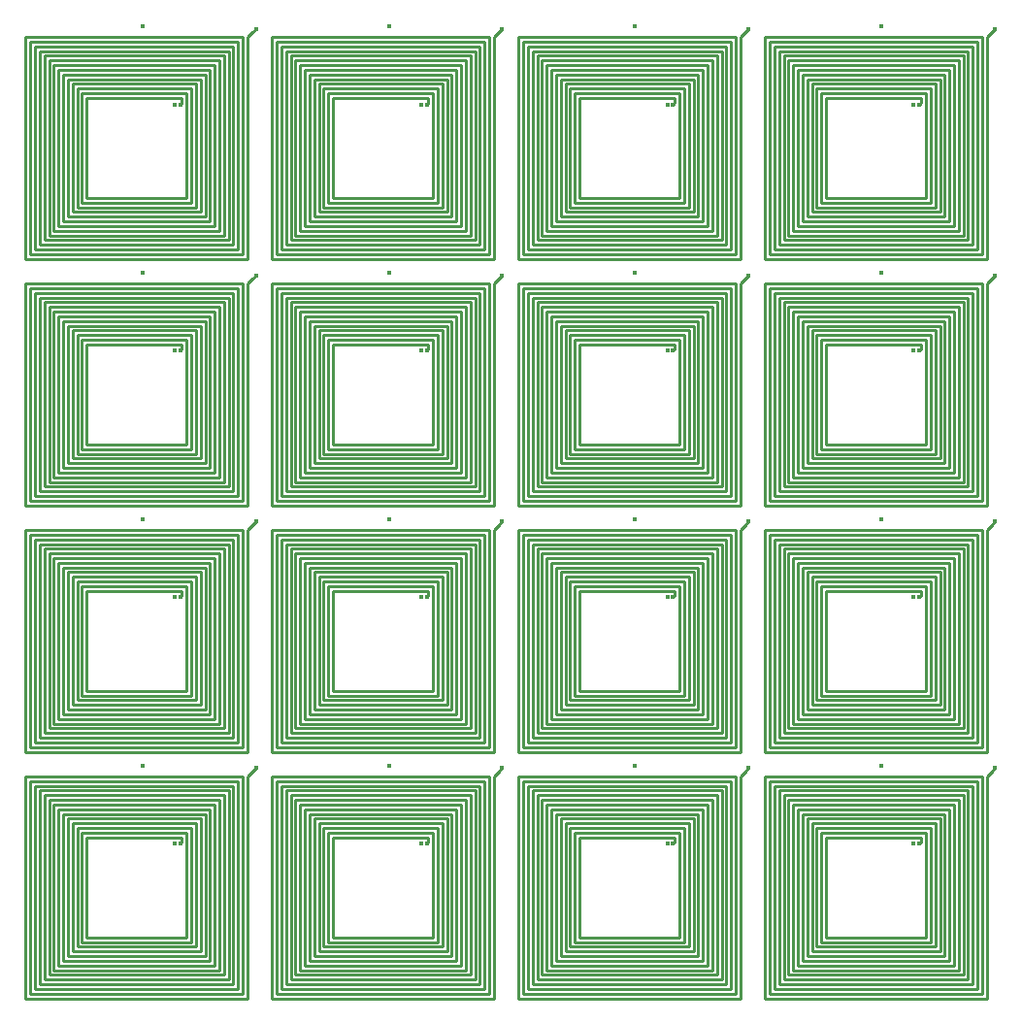
<source format=gbr>
%TF.GenerationSoftware,KiCad,Pcbnew,(5.1.10)-1*%
%TF.CreationDate,2021-11-01T22:44:31-04:00*%
%TF.ProjectId,PCB coil,50434220-636f-4696-9c2e-6b696361645f,rev?*%
%TF.SameCoordinates,Original*%
%TF.FileFunction,Copper,L2,Inr*%
%TF.FilePolarity,Positive*%
%FSLAX46Y46*%
G04 Gerber Fmt 4.6, Leading zero omitted, Abs format (unit mm)*
G04 Created by KiCad (PCBNEW (5.1.10)-1) date 2021-11-01 22:44:31*
%MOMM*%
%LPD*%
G01*
G04 APERTURE LIST*
%TA.AperFunction,ViaPad*%
%ADD10C,0.400000*%
%TD*%
%TA.AperFunction,Conductor*%
%ADD11C,0.230000*%
%TD*%
G04 APERTURE END LIST*
D10*
%TO.N,*%
X3300000Y3800000D03*
X10400000Y10400000D03*
X3800000Y3800000D03*
X500000Y10600000D03*
X24800000Y3800000D03*
X31900000Y10400000D03*
X22000000Y10600000D03*
X25300000Y3800000D03*
X74900000Y10400000D03*
X67800000Y3800000D03*
X68300000Y3800000D03*
X65000000Y10600000D03*
X46300000Y3800000D03*
X53400000Y10400000D03*
X43500000Y10600000D03*
X46800000Y3800000D03*
X68300000Y-17700000D03*
X31900000Y-11100000D03*
X74900000Y-11100000D03*
X67800000Y-17700000D03*
X65000000Y-10900000D03*
X46300000Y-17700000D03*
X24800000Y-17700000D03*
X46800000Y-17700000D03*
X25300000Y-17700000D03*
X22000000Y-10900000D03*
X43500000Y-10900000D03*
X53400000Y-11100000D03*
X3300000Y-17700000D03*
X10400000Y-11100000D03*
X500000Y-10900000D03*
X3800000Y-17700000D03*
X68300000Y-39200000D03*
X31900000Y-32600000D03*
X74900000Y-32600000D03*
X67800000Y-39200000D03*
X31900000Y-54100000D03*
X74900000Y-54100000D03*
X65000000Y-32400000D03*
X10400000Y-54100000D03*
X65000000Y-53900000D03*
X46300000Y-39200000D03*
X46300000Y-60700000D03*
X53400000Y-54100000D03*
X3300000Y-60700000D03*
X3800000Y-60700000D03*
X24800000Y-39200000D03*
X46800000Y-39200000D03*
X67800000Y-60700000D03*
X46800000Y-60700000D03*
X22000000Y-53900000D03*
X500000Y-53900000D03*
X25300000Y-39200000D03*
X22000000Y-32400000D03*
X25300000Y-60700000D03*
X43500000Y-32400000D03*
X53400000Y-32600000D03*
X68300000Y-60700000D03*
X24800000Y-60700000D03*
X43500000Y-53900000D03*
X3300000Y-39200000D03*
X10400000Y-32600000D03*
X500000Y-32400000D03*
X3800000Y-39200000D03*
%TD*%
D11*
%TO.N,*%
X9675000Y9675000D02*
X9675000Y-9675000D01*
X9675000Y9675000D02*
X10100000Y10100000D01*
X3954385Y4363000D02*
X3954385Y3954385D01*
X3954385Y3954385D02*
X3800000Y3800000D01*
X-4363000Y4363000D02*
X3954385Y4363000D01*
X-4363000Y-4363000D02*
X-4363000Y4363000D01*
X4363000Y-4363000D02*
X-4363000Y-4363000D01*
X4363000Y4771615D02*
X4363000Y-4363000D01*
X-4771615Y4771615D02*
X4363000Y4771615D01*
X-4771615Y-4771615D02*
X-4771615Y4771615D01*
X4771615Y-4771615D02*
X-4771615Y-4771615D01*
X4771615Y5180231D02*
X4771615Y-4771615D01*
X-5180231Y5180231D02*
X4771615Y5180231D01*
X-5180231Y-5180231D02*
X-5180231Y5180231D01*
X5180231Y-5180231D02*
X-5180231Y-5180231D01*
X5180231Y5588846D02*
X5180231Y-5180231D01*
X-5588846Y5588846D02*
X5180231Y5588846D01*
X-5588846Y-5588846D02*
X-5588846Y5588846D01*
X5588846Y-5588846D02*
X-5588846Y-5588846D01*
X5588846Y5997462D02*
X5588846Y-5588846D01*
X-5997462Y5997462D02*
X5588846Y5997462D01*
X-5997462Y-5997462D02*
X-5997462Y5997462D01*
X5997462Y-5997462D02*
X-5997462Y-5997462D01*
X5997462Y6406077D02*
X5997462Y-5997462D01*
X-6406077Y6406077D02*
X5997462Y6406077D01*
X-6406077Y-6406077D02*
X-6406077Y6406077D01*
X6406077Y-6406077D02*
X-6406077Y-6406077D01*
X6406077Y6814692D02*
X6406077Y-6406077D01*
X-6814692Y6814692D02*
X6406077Y6814692D01*
X-6814692Y-6814692D02*
X-6814692Y6814692D01*
X6814692Y-6814692D02*
X-6814692Y-6814692D01*
X6814692Y7223308D02*
X6814692Y-6814692D01*
X-7223308Y7223308D02*
X6814692Y7223308D01*
X-7223308Y-7223308D02*
X-7223308Y7223308D01*
X7223308Y-7223308D02*
X-7223308Y-7223308D01*
X7223308Y7631923D02*
X7223308Y-7223308D01*
X-7631923Y7631923D02*
X7223308Y7631923D01*
X-7631923Y-7631923D02*
X-7631923Y7631923D01*
X7631923Y-7631923D02*
X-7631923Y-7631923D01*
X7631923Y8040538D02*
X7631923Y-7631923D01*
X-8040538Y8040538D02*
X7631923Y8040538D01*
X-8040538Y-8040538D02*
X-8040538Y8040538D01*
X8040538Y-8040538D02*
X-8040538Y-8040538D01*
X8040538Y8449154D02*
X8040538Y-8040538D01*
X-8449154Y8449154D02*
X8040538Y8449154D01*
X-8449154Y-8449154D02*
X-8449154Y8449154D01*
X8449154Y-8449154D02*
X-8449154Y-8449154D01*
X8449154Y8857769D02*
X8449154Y-8449154D01*
X-8857769Y8857769D02*
X8449154Y8857769D01*
X-8857769Y-8857769D02*
X-8857769Y8857769D01*
X8857769Y-8857769D02*
X-8857769Y-8857769D01*
X8857769Y9266385D02*
X8857769Y-8857769D01*
X-9266385Y9266385D02*
X8857769Y9266385D01*
X-9266385Y-9266385D02*
X-9266385Y9266385D01*
X9266385Y-9266385D02*
X-9266385Y-9266385D01*
X9266385Y9675000D02*
X9266385Y-9266385D01*
X-9675000Y9675000D02*
X9266385Y9675000D01*
X-9675000Y-9675000D02*
X-9675000Y9675000D01*
X9675000Y-9675000D02*
X-9675000Y-9675000D01*
X10100000Y10100000D02*
X10400000Y10400000D01*
X16728385Y4771615D02*
X25863000Y4771615D01*
X26271615Y5180231D02*
X26271615Y-4771615D01*
X15911154Y5588846D02*
X26680231Y5588846D01*
X27088846Y-5588846D02*
X15911154Y-5588846D01*
X27906077Y6814692D02*
X27906077Y-6406077D01*
X27497462Y6406077D02*
X27497462Y-5997462D01*
X13459462Y-8040538D02*
X13459462Y8040538D01*
X30357769Y-8857769D02*
X12642231Y-8857769D01*
X15502538Y5997462D02*
X27088846Y5997462D01*
X12233615Y-9266385D02*
X12233615Y9266385D01*
X30766385Y9675000D02*
X30766385Y-9266385D01*
X11825000Y9675000D02*
X30766385Y9675000D01*
X11825000Y-9675000D02*
X11825000Y9675000D01*
X14685308Y-6814692D02*
X14685308Y6814692D01*
X27088846Y5997462D02*
X27088846Y-5588846D01*
X28314692Y7223308D02*
X28314692Y-6814692D01*
X29131923Y8040538D02*
X29131923Y-7631923D01*
X27497462Y-5997462D02*
X15502538Y-5997462D01*
X13459462Y8040538D02*
X29131923Y8040538D01*
X13050846Y8449154D02*
X29540538Y8449154D01*
X15911154Y-5588846D02*
X15911154Y5588846D01*
X16319769Y5180231D02*
X26271615Y5180231D01*
X25863000Y4771615D02*
X25863000Y-4363000D01*
X25863000Y-4363000D02*
X17137000Y-4363000D01*
X17137000Y4363000D02*
X25454385Y4363000D01*
X16319769Y-5180231D02*
X16319769Y5180231D01*
X13868077Y-7631923D02*
X13868077Y7631923D01*
X29131923Y-7631923D02*
X13868077Y-7631923D01*
X29540538Y-8040538D02*
X13459462Y-8040538D01*
X13050846Y-8449154D02*
X13050846Y8449154D01*
X29949154Y-8449154D02*
X13050846Y-8449154D01*
X28723308Y-7223308D02*
X14276692Y-7223308D01*
X12642231Y8857769D02*
X29949154Y8857769D01*
X15502538Y-5997462D02*
X15502538Y5997462D01*
X27906077Y-6406077D02*
X15093923Y-6406077D01*
X15093923Y6406077D02*
X27497462Y6406077D01*
X15093923Y-6406077D02*
X15093923Y6406077D01*
X16728385Y-4771615D02*
X16728385Y4771615D01*
X26680231Y-5180231D02*
X16319769Y-5180231D01*
X14276692Y7223308D02*
X28314692Y7223308D01*
X13868077Y7631923D02*
X28723308Y7631923D01*
X12642231Y-8857769D02*
X12642231Y8857769D01*
X14276692Y-7223308D02*
X14276692Y7223308D01*
X30357769Y9266385D02*
X30357769Y-8857769D01*
X12233615Y9266385D02*
X30357769Y9266385D01*
X14685308Y6814692D02*
X27906077Y6814692D01*
X30766385Y-9266385D02*
X12233615Y-9266385D01*
X26680231Y5588846D02*
X26680231Y-5180231D01*
X29540538Y8449154D02*
X29540538Y-8040538D01*
X17137000Y-4363000D02*
X17137000Y4363000D01*
X28314692Y-6814692D02*
X14685308Y-6814692D01*
X26271615Y-4771615D02*
X16728385Y-4771615D01*
X28723308Y7631923D02*
X28723308Y-7223308D01*
X29949154Y8857769D02*
X29949154Y-8449154D01*
X31175000Y-9675000D02*
X11825000Y-9675000D01*
X31600000Y10100000D02*
X31900000Y10400000D01*
X31175000Y9675000D02*
X31600000Y10100000D01*
X25454385Y4363000D02*
X25454385Y3954385D01*
X25454385Y3954385D02*
X25300000Y3800000D01*
X31175000Y9675000D02*
X31175000Y-9675000D01*
X74600000Y10100000D02*
X74900000Y10400000D01*
X73766385Y-9266385D02*
X55233615Y-9266385D01*
X71723308Y7631923D02*
X71723308Y-7223308D01*
X69680231Y5588846D02*
X69680231Y-5180231D01*
X72949154Y8857769D02*
X72949154Y-8449154D01*
X71314692Y-6814692D02*
X57685308Y-6814692D01*
X69271615Y-4771615D02*
X59728385Y-4771615D01*
X72540538Y8449154D02*
X72540538Y-8040538D01*
X60137000Y-4363000D02*
X60137000Y4363000D01*
X59728385Y4771615D02*
X68863000Y4771615D01*
X38228385Y4771615D02*
X47363000Y4771615D01*
X47771615Y5180231D02*
X47771615Y-4771615D01*
X37411154Y5588846D02*
X48180231Y5588846D01*
X48588846Y-5588846D02*
X37411154Y-5588846D01*
X49406077Y6814692D02*
X49406077Y-6406077D01*
X48997462Y6406077D02*
X48997462Y-5997462D01*
X34959462Y-8040538D02*
X34959462Y8040538D01*
X51857769Y-8857769D02*
X34142231Y-8857769D01*
X37002538Y5997462D02*
X48588846Y5997462D01*
X33733615Y-9266385D02*
X33733615Y9266385D01*
X52266385Y9675000D02*
X52266385Y-9266385D01*
X33325000Y9675000D02*
X52266385Y9675000D01*
X33325000Y-9675000D02*
X33325000Y9675000D01*
X36185308Y-6814692D02*
X36185308Y6814692D01*
X48588846Y5997462D02*
X48588846Y-5588846D01*
X49814692Y7223308D02*
X49814692Y-6814692D01*
X50631923Y8040538D02*
X50631923Y-7631923D01*
X48997462Y-5997462D02*
X37002538Y-5997462D01*
X34959462Y8040538D02*
X50631923Y8040538D01*
X34550846Y8449154D02*
X51040538Y8449154D01*
X37411154Y-5588846D02*
X37411154Y5588846D01*
X37819769Y5180231D02*
X47771615Y5180231D01*
X47363000Y4771615D02*
X47363000Y-4363000D01*
X47363000Y-4363000D02*
X38637000Y-4363000D01*
X38637000Y4363000D02*
X46954385Y4363000D01*
X37819769Y-5180231D02*
X37819769Y5180231D01*
X35368077Y-7631923D02*
X35368077Y7631923D01*
X50631923Y-7631923D02*
X35368077Y-7631923D01*
X51040538Y-8040538D02*
X34959462Y-8040538D01*
X34550846Y-8449154D02*
X34550846Y8449154D01*
X51449154Y-8449154D02*
X34550846Y-8449154D01*
X50223308Y-7223308D02*
X35776692Y-7223308D01*
X34142231Y8857769D02*
X51449154Y8857769D01*
X37002538Y-5997462D02*
X37002538Y5997462D01*
X49406077Y-6406077D02*
X36593923Y-6406077D01*
X36593923Y6406077D02*
X48997462Y6406077D01*
X36593923Y-6406077D02*
X36593923Y6406077D01*
X38228385Y-4771615D02*
X38228385Y4771615D01*
X48180231Y-5180231D02*
X37819769Y-5180231D01*
X35776692Y7223308D02*
X49814692Y7223308D01*
X35368077Y7631923D02*
X50223308Y7631923D01*
X34142231Y-8857769D02*
X34142231Y8857769D01*
X35776692Y-7223308D02*
X35776692Y7223308D01*
X51857769Y9266385D02*
X51857769Y-8857769D01*
X33733615Y9266385D02*
X51857769Y9266385D01*
X36185308Y6814692D02*
X49406077Y6814692D01*
X52266385Y-9266385D02*
X33733615Y-9266385D01*
X48180231Y5588846D02*
X48180231Y-5180231D01*
X51040538Y8449154D02*
X51040538Y-8040538D01*
X38637000Y-4363000D02*
X38637000Y4363000D01*
X49814692Y-6814692D02*
X36185308Y-6814692D01*
X47771615Y-4771615D02*
X38228385Y-4771615D01*
X50223308Y7631923D02*
X50223308Y-7223308D01*
X51449154Y8857769D02*
X51449154Y-8449154D01*
X52675000Y-9675000D02*
X33325000Y-9675000D01*
X53100000Y10100000D02*
X53400000Y10400000D01*
X52675000Y9675000D02*
X53100000Y10100000D01*
X46954385Y4363000D02*
X46954385Y3954385D01*
X46954385Y3954385D02*
X46800000Y3800000D01*
X52675000Y9675000D02*
X52675000Y-9675000D01*
X74175000Y9675000D02*
X74600000Y10100000D01*
X70088846Y5997462D02*
X70088846Y-5588846D01*
X58911154Y-5588846D02*
X58911154Y5588846D01*
X59319769Y5180231D02*
X69271615Y5180231D01*
X56459462Y-8040538D02*
X56459462Y8040538D01*
X58502538Y5997462D02*
X70088846Y5997462D01*
X57685308Y-6814692D02*
X57685308Y6814692D01*
X72131923Y8040538D02*
X72131923Y-7631923D01*
X55233615Y-9266385D02*
X55233615Y9266385D01*
X69271615Y5180231D02*
X69271615Y-4771615D01*
X73766385Y9675000D02*
X73766385Y-9266385D01*
X54825000Y9675000D02*
X73766385Y9675000D01*
X70497462Y6406077D02*
X70497462Y-5997462D01*
X70906077Y6814692D02*
X70906077Y-6406077D01*
X54825000Y-9675000D02*
X54825000Y9675000D01*
X71314692Y7223308D02*
X71314692Y-6814692D01*
X70497462Y-5997462D02*
X58502538Y-5997462D01*
X56459462Y8040538D02*
X72131923Y8040538D01*
X56050846Y8449154D02*
X72540538Y8449154D01*
X70088846Y-5588846D02*
X58911154Y-5588846D01*
X58911154Y5588846D02*
X69680231Y5588846D01*
X73357769Y-8857769D02*
X55642231Y-8857769D01*
X74175000Y-9675000D02*
X54825000Y-9675000D01*
X71723308Y-7223308D02*
X57276692Y-7223308D01*
X70906077Y-6406077D02*
X58093923Y-6406077D01*
X55233615Y9266385D02*
X73357769Y9266385D01*
X56868077Y-7631923D02*
X56868077Y7631923D01*
X58093923Y6406077D02*
X70497462Y6406077D01*
X68863000Y-4363000D02*
X60137000Y-4363000D01*
X58502538Y-5997462D02*
X58502538Y5997462D01*
X58093923Y-6406077D02*
X58093923Y6406077D01*
X59728385Y-4771615D02*
X59728385Y4771615D01*
X55642231Y-8857769D02*
X55642231Y8857769D01*
X68863000Y4771615D02*
X68863000Y-4363000D01*
X57276692Y-7223308D02*
X57276692Y7223308D01*
X57276692Y7223308D02*
X71314692Y7223308D01*
X73357769Y9266385D02*
X73357769Y-8857769D01*
X60137000Y4363000D02*
X68454385Y4363000D01*
X72131923Y-7631923D02*
X56868077Y-7631923D01*
X56050846Y-8449154D02*
X56050846Y8449154D01*
X55642231Y8857769D02*
X72949154Y8857769D01*
X72540538Y-8040538D02*
X56459462Y-8040538D01*
X69680231Y-5180231D02*
X59319769Y-5180231D01*
X56868077Y7631923D02*
X71723308Y7631923D01*
X57685308Y6814692D02*
X70906077Y6814692D01*
X59319769Y-5180231D02*
X59319769Y5180231D01*
X72949154Y-8449154D02*
X56050846Y-8449154D01*
X74175000Y9675000D02*
X74175000Y-9675000D01*
X68454385Y3954385D02*
X68300000Y3800000D01*
X68454385Y4363000D02*
X68454385Y3954385D01*
X31600000Y-11400000D02*
X31900000Y-11100000D01*
X30766385Y-30766385D02*
X12233615Y-30766385D01*
X28723308Y-13868077D02*
X28723308Y-28723308D01*
X26680231Y-15911154D02*
X26680231Y-26680231D01*
X29949154Y-12642231D02*
X29949154Y-29949154D01*
X28314692Y-28314692D02*
X14685308Y-28314692D01*
X26271615Y-26271615D02*
X16728385Y-26271615D01*
X29540538Y-13050846D02*
X29540538Y-29540538D01*
X17137000Y-25863000D02*
X17137000Y-17137000D01*
X16728385Y-16728385D02*
X25863000Y-16728385D01*
X-4771615Y-16728385D02*
X4363000Y-16728385D01*
X4771615Y-16319769D02*
X4771615Y-26271615D01*
X-5588846Y-15911154D02*
X5180231Y-15911154D01*
X5588846Y-27088846D02*
X-5588846Y-27088846D01*
X6406077Y-14685308D02*
X6406077Y-27906077D01*
X5997462Y-15093923D02*
X5997462Y-27497462D01*
X-8040538Y-29540538D02*
X-8040538Y-13459462D01*
X8857769Y-30357769D02*
X-8857769Y-30357769D01*
X-5997462Y-15502538D02*
X5588846Y-15502538D01*
X-9266385Y-30766385D02*
X-9266385Y-12233615D01*
X9266385Y-11825000D02*
X9266385Y-30766385D01*
X-9675000Y-11825000D02*
X9266385Y-11825000D01*
X-9675000Y-31175000D02*
X-9675000Y-11825000D01*
X-6814692Y-28314692D02*
X-6814692Y-14685308D01*
X5588846Y-15502538D02*
X5588846Y-27088846D01*
X6814692Y-14276692D02*
X6814692Y-28314692D01*
X7631923Y-13459462D02*
X7631923Y-29131923D01*
X5997462Y-27497462D02*
X-5997462Y-27497462D01*
X-8040538Y-13459462D02*
X7631923Y-13459462D01*
X-8449154Y-13050846D02*
X8040538Y-13050846D01*
X-5588846Y-27088846D02*
X-5588846Y-15911154D01*
X-5180231Y-16319769D02*
X4771615Y-16319769D01*
X4363000Y-16728385D02*
X4363000Y-25863000D01*
X4363000Y-25863000D02*
X-4363000Y-25863000D01*
X-4363000Y-17137000D02*
X3954385Y-17137000D01*
X-5180231Y-26680231D02*
X-5180231Y-16319769D01*
X-7631923Y-29131923D02*
X-7631923Y-13868077D01*
X7631923Y-29131923D02*
X-7631923Y-29131923D01*
X8040538Y-29540538D02*
X-8040538Y-29540538D01*
X-8449154Y-29949154D02*
X-8449154Y-13050846D01*
X8449154Y-29949154D02*
X-8449154Y-29949154D01*
X7223308Y-28723308D02*
X-7223308Y-28723308D01*
X-8857769Y-12642231D02*
X8449154Y-12642231D01*
X-5997462Y-27497462D02*
X-5997462Y-15502538D01*
X6406077Y-27906077D02*
X-6406077Y-27906077D01*
X-6406077Y-15093923D02*
X5997462Y-15093923D01*
X-6406077Y-27906077D02*
X-6406077Y-15093923D01*
X-4771615Y-26271615D02*
X-4771615Y-16728385D01*
X5180231Y-26680231D02*
X-5180231Y-26680231D01*
X-7223308Y-14276692D02*
X6814692Y-14276692D01*
X-7631923Y-13868077D02*
X7223308Y-13868077D01*
X-8857769Y-30357769D02*
X-8857769Y-12642231D01*
X-7223308Y-28723308D02*
X-7223308Y-14276692D01*
X8857769Y-12233615D02*
X8857769Y-30357769D01*
X-9266385Y-12233615D02*
X8857769Y-12233615D01*
X-6814692Y-14685308D02*
X6406077Y-14685308D01*
X9266385Y-30766385D02*
X-9266385Y-30766385D01*
X5180231Y-15911154D02*
X5180231Y-26680231D01*
X8040538Y-13050846D02*
X8040538Y-29540538D01*
X-4363000Y-25863000D02*
X-4363000Y-17137000D01*
X6814692Y-28314692D02*
X-6814692Y-28314692D01*
X4771615Y-26271615D02*
X-4771615Y-26271615D01*
X7223308Y-13868077D02*
X7223308Y-28723308D01*
X8449154Y-12642231D02*
X8449154Y-29949154D01*
X9675000Y-31175000D02*
X-9675000Y-31175000D01*
X10100000Y-11400000D02*
X10400000Y-11100000D01*
X9675000Y-11825000D02*
X10100000Y-11400000D01*
X3954385Y-17137000D02*
X3954385Y-17545615D01*
X3954385Y-17545615D02*
X3800000Y-17700000D01*
X9675000Y-11825000D02*
X9675000Y-31175000D01*
X31175000Y-11825000D02*
X31600000Y-11400000D01*
X53100000Y-11400000D02*
X53400000Y-11100000D01*
X27088846Y-15502538D02*
X27088846Y-27088846D01*
X15911154Y-27088846D02*
X15911154Y-15911154D01*
X16319769Y-16319769D02*
X26271615Y-16319769D01*
X13459462Y-29540538D02*
X13459462Y-13459462D01*
X15502538Y-15502538D02*
X27088846Y-15502538D01*
X14685308Y-28314692D02*
X14685308Y-14685308D01*
X29131923Y-13459462D02*
X29131923Y-29131923D01*
X12233615Y-30766385D02*
X12233615Y-12233615D01*
X26271615Y-16319769D02*
X26271615Y-26271615D01*
X30766385Y-11825000D02*
X30766385Y-30766385D01*
X11825000Y-11825000D02*
X30766385Y-11825000D01*
X27497462Y-15093923D02*
X27497462Y-27497462D01*
X27906077Y-14685308D02*
X27906077Y-27906077D01*
X11825000Y-31175000D02*
X11825000Y-11825000D01*
X28314692Y-14276692D02*
X28314692Y-28314692D01*
X27497462Y-27497462D02*
X15502538Y-27497462D01*
X13459462Y-13459462D02*
X29131923Y-13459462D01*
X13050846Y-13050846D02*
X29540538Y-13050846D01*
X27088846Y-27088846D02*
X15911154Y-27088846D01*
X15911154Y-15911154D02*
X26680231Y-15911154D01*
X30357769Y-30357769D02*
X12642231Y-30357769D01*
X74175000Y-11825000D02*
X74175000Y-31175000D01*
X72540538Y-29540538D02*
X56459462Y-29540538D01*
X59319769Y-26680231D02*
X59319769Y-16319769D01*
X71723308Y-28723308D02*
X57276692Y-28723308D01*
X58911154Y-15911154D02*
X69680231Y-15911154D01*
X70088846Y-27088846D02*
X58911154Y-27088846D01*
X57276692Y-28723308D02*
X57276692Y-14276692D01*
X55233615Y-12233615D02*
X73357769Y-12233615D01*
X74175000Y-31175000D02*
X54825000Y-31175000D01*
X58502538Y-27497462D02*
X58502538Y-15502538D01*
X55642231Y-12642231D02*
X72949154Y-12642231D01*
X70906077Y-27906077D02*
X58093923Y-27906077D01*
X59728385Y-26271615D02*
X59728385Y-16728385D01*
X56050846Y-29949154D02*
X56050846Y-13050846D01*
X73357769Y-30357769D02*
X55642231Y-30357769D01*
X58093923Y-27906077D02*
X58093923Y-15093923D01*
X73357769Y-12233615D02*
X73357769Y-30357769D01*
X57685308Y-14685308D02*
X70906077Y-14685308D01*
X72949154Y-29949154D02*
X56050846Y-29949154D01*
X57276692Y-14276692D02*
X71314692Y-14276692D01*
X56868077Y-13868077D02*
X71723308Y-13868077D01*
X69680231Y-26680231D02*
X59319769Y-26680231D01*
X72131923Y-29131923D02*
X56868077Y-29131923D01*
X68863000Y-25863000D02*
X60137000Y-25863000D01*
X56050846Y-13050846D02*
X72540538Y-13050846D01*
X58093923Y-15093923D02*
X70497462Y-15093923D01*
X68863000Y-16728385D02*
X68863000Y-25863000D01*
X56868077Y-29131923D02*
X56868077Y-13868077D01*
X55642231Y-30357769D02*
X55642231Y-12642231D01*
X60137000Y-17137000D02*
X68454385Y-17137000D01*
X68454385Y-17137000D02*
X68454385Y-17545615D01*
X68454385Y-17545615D02*
X68300000Y-17700000D01*
X74600000Y-11400000D02*
X74900000Y-11100000D01*
X38637000Y-25863000D02*
X38637000Y-17137000D01*
X51449154Y-12642231D02*
X51449154Y-29949154D01*
X51040538Y-13050846D02*
X51040538Y-29540538D01*
X52266385Y-30766385D02*
X33733615Y-30766385D01*
X33733615Y-12233615D02*
X51857769Y-12233615D01*
X35776692Y-28723308D02*
X35776692Y-14276692D01*
X48180231Y-15911154D02*
X48180231Y-26680231D01*
X49814692Y-28314692D02*
X36185308Y-28314692D01*
X47771615Y-26271615D02*
X38228385Y-26271615D01*
X51857769Y-12233615D02*
X51857769Y-30357769D01*
X50223308Y-13868077D02*
X50223308Y-28723308D01*
X35368077Y-13868077D02*
X50223308Y-13868077D01*
X34142231Y-30357769D02*
X34142231Y-12642231D01*
X36185308Y-14685308D02*
X49406077Y-14685308D01*
X31175000Y-31175000D02*
X11825000Y-31175000D01*
X49406077Y-14685308D02*
X49406077Y-27906077D01*
X38228385Y-16728385D02*
X47363000Y-16728385D01*
X48997462Y-15093923D02*
X48997462Y-27497462D01*
X34959462Y-29540538D02*
X34959462Y-13459462D01*
X36185308Y-28314692D02*
X36185308Y-14685308D01*
X37002538Y-15502538D02*
X48588846Y-15502538D01*
X59728385Y-16728385D02*
X68863000Y-16728385D01*
X47771615Y-16319769D02*
X47771615Y-26271615D01*
X33733615Y-30766385D02*
X33733615Y-12233615D01*
X50631923Y-13459462D02*
X50631923Y-29131923D01*
X51857769Y-30357769D02*
X34142231Y-30357769D01*
X52266385Y-11825000D02*
X52266385Y-30766385D01*
X33325000Y-11825000D02*
X52266385Y-11825000D01*
X48588846Y-15502538D02*
X48588846Y-27088846D01*
X33325000Y-31175000D02*
X33325000Y-11825000D01*
X48997462Y-27497462D02*
X37002538Y-27497462D01*
X48588846Y-27088846D02*
X37411154Y-27088846D01*
X60137000Y-25863000D02*
X60137000Y-17137000D01*
X49814692Y-14276692D02*
X49814692Y-28314692D01*
X37411154Y-15911154D02*
X48180231Y-15911154D01*
X28723308Y-28723308D02*
X14276692Y-28723308D01*
X27906077Y-27906077D02*
X15093923Y-27906077D01*
X12233615Y-12233615D02*
X30357769Y-12233615D01*
X13868077Y-29131923D02*
X13868077Y-13868077D01*
X15093923Y-15093923D02*
X27497462Y-15093923D01*
X25863000Y-25863000D02*
X17137000Y-25863000D01*
X15502538Y-27497462D02*
X15502538Y-15502538D01*
X15093923Y-27906077D02*
X15093923Y-15093923D01*
X16728385Y-26271615D02*
X16728385Y-16728385D01*
X12642231Y-30357769D02*
X12642231Y-12642231D01*
X25863000Y-16728385D02*
X25863000Y-25863000D01*
X14276692Y-28723308D02*
X14276692Y-14276692D01*
X14276692Y-14276692D02*
X28314692Y-14276692D01*
X30357769Y-12233615D02*
X30357769Y-30357769D01*
X17137000Y-17137000D02*
X25454385Y-17137000D01*
X29131923Y-29131923D02*
X13868077Y-29131923D01*
X13050846Y-29949154D02*
X13050846Y-13050846D01*
X12642231Y-12642231D02*
X29949154Y-12642231D01*
X29540538Y-29540538D02*
X13459462Y-29540538D01*
X26680231Y-26680231D02*
X16319769Y-26680231D01*
X13868077Y-13868077D02*
X28723308Y-13868077D01*
X14685308Y-14685308D02*
X27906077Y-14685308D01*
X16319769Y-26680231D02*
X16319769Y-16319769D01*
X29949154Y-29949154D02*
X13050846Y-29949154D01*
X46954385Y-17137000D02*
X46954385Y-17545615D01*
X52675000Y-11825000D02*
X52675000Y-31175000D01*
X52675000Y-11825000D02*
X53100000Y-11400000D01*
X46954385Y-17545615D02*
X46800000Y-17700000D01*
X36593923Y-27906077D02*
X36593923Y-15093923D01*
X38228385Y-26271615D02*
X38228385Y-16728385D01*
X48180231Y-26680231D02*
X37819769Y-26680231D01*
X50223308Y-28723308D02*
X35776692Y-28723308D01*
X34550846Y-13050846D02*
X51040538Y-13050846D01*
X35776692Y-14276692D02*
X49814692Y-14276692D01*
X35368077Y-29131923D02*
X35368077Y-13868077D01*
X50631923Y-29131923D02*
X35368077Y-29131923D01*
X37819769Y-16319769D02*
X47771615Y-16319769D01*
X47363000Y-25863000D02*
X38637000Y-25863000D01*
X51040538Y-29540538D02*
X34959462Y-29540538D01*
X51449154Y-29949154D02*
X34550846Y-29949154D01*
X37411154Y-27088846D02*
X37411154Y-15911154D01*
X37002538Y-27497462D02*
X37002538Y-15502538D01*
X34959462Y-13459462D02*
X50631923Y-13459462D01*
X38637000Y-17137000D02*
X46954385Y-17137000D01*
X34142231Y-12642231D02*
X51449154Y-12642231D01*
X49406077Y-27906077D02*
X36593923Y-27906077D01*
X36593923Y-15093923D02*
X48997462Y-15093923D01*
X47363000Y-16728385D02*
X47363000Y-25863000D01*
X37819769Y-26680231D02*
X37819769Y-16319769D01*
X34550846Y-29949154D02*
X34550846Y-13050846D01*
X31175000Y-11825000D02*
X31175000Y-31175000D01*
X25454385Y-17545615D02*
X25300000Y-17700000D01*
X25454385Y-17137000D02*
X25454385Y-17545615D01*
X69271615Y-16319769D02*
X69271615Y-26271615D01*
X54825000Y-11825000D02*
X73766385Y-11825000D01*
X70497462Y-15093923D02*
X70497462Y-27497462D01*
X56459462Y-13459462D02*
X72131923Y-13459462D01*
X56459462Y-29540538D02*
X56459462Y-13459462D01*
X70088846Y-15502538D02*
X70088846Y-27088846D01*
X58911154Y-27088846D02*
X58911154Y-15911154D01*
X58502538Y-15502538D02*
X70088846Y-15502538D01*
X72131923Y-13459462D02*
X72131923Y-29131923D01*
X57685308Y-28314692D02*
X57685308Y-14685308D01*
X55233615Y-30766385D02*
X55233615Y-12233615D01*
X73766385Y-11825000D02*
X73766385Y-30766385D01*
X70906077Y-14685308D02*
X70906077Y-27906077D01*
X54825000Y-31175000D02*
X54825000Y-11825000D01*
X71314692Y-14276692D02*
X71314692Y-28314692D01*
X70497462Y-27497462D02*
X58502538Y-27497462D01*
X59319769Y-16319769D02*
X69271615Y-16319769D01*
X52675000Y-31175000D02*
X33325000Y-31175000D01*
X73766385Y-30766385D02*
X55233615Y-30766385D01*
X71723308Y-13868077D02*
X71723308Y-28723308D01*
X72949154Y-12642231D02*
X72949154Y-29949154D01*
X69271615Y-26271615D02*
X59728385Y-26271615D01*
X71314692Y-28314692D02*
X57685308Y-28314692D01*
X72540538Y-13050846D02*
X72540538Y-29540538D01*
X69680231Y-15911154D02*
X69680231Y-26680231D01*
X74175000Y-11825000D02*
X74600000Y-11400000D01*
X30766385Y-73766385D02*
X12233615Y-73766385D01*
X28723308Y-56868077D02*
X28723308Y-71723308D01*
X31600000Y-54400000D02*
X31900000Y-54100000D01*
X26680231Y-58911154D02*
X26680231Y-69680231D01*
X-5180231Y-59319769D02*
X4771615Y-59319769D01*
X4363000Y-59728385D02*
X4363000Y-68863000D01*
X-4363000Y-60137000D02*
X3954385Y-60137000D01*
X-9675000Y-74175000D02*
X-9675000Y-54825000D01*
X5588846Y-58502538D02*
X5588846Y-70088846D01*
X-5180231Y-69680231D02*
X-5180231Y-59319769D01*
X-7631923Y-72131923D02*
X-7631923Y-56868077D01*
X7631923Y-72131923D02*
X-7631923Y-72131923D01*
X4363000Y-68863000D02*
X-4363000Y-68863000D01*
X8040538Y-72540538D02*
X-8040538Y-72540538D01*
X8449154Y-72949154D02*
X-8449154Y-72949154D01*
X7223308Y-71723308D02*
X-7223308Y-71723308D01*
X-8857769Y-55642231D02*
X8449154Y-55642231D01*
X-5997462Y-70497462D02*
X-5997462Y-58502538D01*
X16728385Y-59728385D02*
X25863000Y-59728385D01*
X-8449154Y-56050846D02*
X8040538Y-56050846D01*
X-8449154Y-72949154D02*
X-8449154Y-56050846D01*
X4771615Y-59319769D02*
X4771615Y-69271615D01*
X-5588846Y-70088846D02*
X-5588846Y-58911154D01*
X6406077Y-57685308D02*
X6406077Y-70906077D01*
X-5997462Y-58502538D02*
X5588846Y-58502538D01*
X17137000Y-68863000D02*
X17137000Y-60137000D01*
X29949154Y-55642231D02*
X29949154Y-72949154D01*
X-5588846Y-58911154D02*
X5180231Y-58911154D01*
X29540538Y-56050846D02*
X29540538Y-72540538D01*
X5588846Y-70088846D02*
X-5588846Y-70088846D01*
X5997462Y-58093923D02*
X5997462Y-70497462D01*
X26271615Y-69271615D02*
X16728385Y-69271615D01*
X-4771615Y-59728385D02*
X4363000Y-59728385D01*
X-8040538Y-72540538D02*
X-8040538Y-56459462D01*
X8857769Y-73357769D02*
X-8857769Y-73357769D01*
X-9266385Y-73766385D02*
X-9266385Y-55233615D01*
X9266385Y-54825000D02*
X9266385Y-73766385D01*
X-9675000Y-54825000D02*
X9266385Y-54825000D01*
X-6814692Y-71314692D02*
X-6814692Y-57685308D01*
X28314692Y-71314692D02*
X14685308Y-71314692D01*
X6814692Y-57276692D02*
X6814692Y-71314692D01*
X7631923Y-56459462D02*
X7631923Y-72131923D01*
X5997462Y-70497462D02*
X-5997462Y-70497462D01*
X-8040538Y-56459462D02*
X7631923Y-56459462D01*
X5180231Y-58911154D02*
X5180231Y-69680231D01*
X-4771615Y-69271615D02*
X-4771615Y-59728385D01*
X-7223308Y-57276692D02*
X6814692Y-57276692D01*
X-7631923Y-56868077D02*
X7223308Y-56868077D01*
X6406077Y-70906077D02*
X-6406077Y-70906077D01*
X-7223308Y-71723308D02*
X-7223308Y-57276692D01*
X-4363000Y-68863000D02*
X-4363000Y-60137000D01*
X4771615Y-69271615D02*
X-4771615Y-69271615D01*
X8857769Y-55233615D02*
X8857769Y-73357769D01*
X8040538Y-56050846D02*
X8040538Y-72540538D01*
X8449154Y-55642231D02*
X8449154Y-72949154D01*
X9675000Y-74175000D02*
X-9675000Y-74175000D01*
X6814692Y-71314692D02*
X-6814692Y-71314692D01*
X-6406077Y-70906077D02*
X-6406077Y-58093923D01*
X-8857769Y-73357769D02*
X-8857769Y-55642231D01*
X-6814692Y-57685308D02*
X6406077Y-57685308D01*
X7223308Y-56868077D02*
X7223308Y-71723308D01*
X9266385Y-73766385D02*
X-9266385Y-73766385D01*
X5180231Y-69680231D02*
X-5180231Y-69680231D01*
X-6406077Y-58093923D02*
X5997462Y-58093923D01*
X-9266385Y-55233615D02*
X8857769Y-55233615D01*
X10100000Y-54400000D02*
X10400000Y-54100000D01*
X9675000Y-54825000D02*
X10100000Y-54400000D01*
X3954385Y-60545615D02*
X3800000Y-60700000D01*
X9675000Y-54825000D02*
X9675000Y-74175000D01*
X3954385Y-60137000D02*
X3954385Y-60545615D01*
X31175000Y-54825000D02*
X31600000Y-54400000D01*
X31600000Y-32900000D02*
X31900000Y-32600000D01*
X30766385Y-52266385D02*
X12233615Y-52266385D01*
X28723308Y-35368077D02*
X28723308Y-50223308D01*
X26680231Y-37411154D02*
X26680231Y-48180231D01*
X29949154Y-34142231D02*
X29949154Y-51449154D01*
X28314692Y-49814692D02*
X14685308Y-49814692D01*
X26271615Y-47771615D02*
X16728385Y-47771615D01*
X29540538Y-34550846D02*
X29540538Y-51040538D01*
X17137000Y-47363000D02*
X17137000Y-38637000D01*
X16728385Y-38228385D02*
X25863000Y-38228385D01*
X-4771615Y-38228385D02*
X4363000Y-38228385D01*
X4771615Y-37819769D02*
X4771615Y-47771615D01*
X-5588846Y-37411154D02*
X5180231Y-37411154D01*
X5588846Y-48588846D02*
X-5588846Y-48588846D01*
X6406077Y-36185308D02*
X6406077Y-49406077D01*
X5997462Y-36593923D02*
X5997462Y-48997462D01*
X-8040538Y-51040538D02*
X-8040538Y-34959462D01*
X8857769Y-51857769D02*
X-8857769Y-51857769D01*
X-5997462Y-37002538D02*
X5588846Y-37002538D01*
X-9266385Y-52266385D02*
X-9266385Y-33733615D01*
X9266385Y-33325000D02*
X9266385Y-52266385D01*
X-9675000Y-33325000D02*
X9266385Y-33325000D01*
X-9675000Y-52675000D02*
X-9675000Y-33325000D01*
X-6814692Y-49814692D02*
X-6814692Y-36185308D01*
X5588846Y-37002538D02*
X5588846Y-48588846D01*
X6814692Y-35776692D02*
X6814692Y-49814692D01*
X7631923Y-34959462D02*
X7631923Y-50631923D01*
X5997462Y-48997462D02*
X-5997462Y-48997462D01*
X-8040538Y-34959462D02*
X7631923Y-34959462D01*
X-8449154Y-34550846D02*
X8040538Y-34550846D01*
X-5588846Y-48588846D02*
X-5588846Y-37411154D01*
X-5180231Y-37819769D02*
X4771615Y-37819769D01*
X4363000Y-38228385D02*
X4363000Y-47363000D01*
X4363000Y-47363000D02*
X-4363000Y-47363000D01*
X-4363000Y-38637000D02*
X3954385Y-38637000D01*
X-5180231Y-48180231D02*
X-5180231Y-37819769D01*
X-7631923Y-50631923D02*
X-7631923Y-35368077D01*
X7631923Y-50631923D02*
X-7631923Y-50631923D01*
X8040538Y-51040538D02*
X-8040538Y-51040538D01*
X-8449154Y-51449154D02*
X-8449154Y-34550846D01*
X8449154Y-51449154D02*
X-8449154Y-51449154D01*
X7223308Y-50223308D02*
X-7223308Y-50223308D01*
X-8857769Y-34142231D02*
X8449154Y-34142231D01*
X-5997462Y-48997462D02*
X-5997462Y-37002538D01*
X6406077Y-49406077D02*
X-6406077Y-49406077D01*
X-6406077Y-36593923D02*
X5997462Y-36593923D01*
X-6406077Y-49406077D02*
X-6406077Y-36593923D01*
X-4771615Y-47771615D02*
X-4771615Y-38228385D01*
X5180231Y-48180231D02*
X-5180231Y-48180231D01*
X-7223308Y-35776692D02*
X6814692Y-35776692D01*
X-7631923Y-35368077D02*
X7223308Y-35368077D01*
X-8857769Y-51857769D02*
X-8857769Y-34142231D01*
X-7223308Y-50223308D02*
X-7223308Y-35776692D01*
X8857769Y-33733615D02*
X8857769Y-51857769D01*
X-9266385Y-33733615D02*
X8857769Y-33733615D01*
X-6814692Y-36185308D02*
X6406077Y-36185308D01*
X9266385Y-52266385D02*
X-9266385Y-52266385D01*
X5180231Y-37411154D02*
X5180231Y-48180231D01*
X8040538Y-34550846D02*
X8040538Y-51040538D01*
X-4363000Y-47363000D02*
X-4363000Y-38637000D01*
X6814692Y-49814692D02*
X-6814692Y-49814692D01*
X4771615Y-47771615D02*
X-4771615Y-47771615D01*
X7223308Y-35368077D02*
X7223308Y-50223308D01*
X8449154Y-34142231D02*
X8449154Y-51449154D01*
X9675000Y-52675000D02*
X-9675000Y-52675000D01*
X10100000Y-32900000D02*
X10400000Y-32600000D01*
X71314692Y-71314692D02*
X57685308Y-71314692D01*
X71723308Y-56868077D02*
X71723308Y-71723308D01*
X72949154Y-55642231D02*
X72949154Y-72949154D01*
X52675000Y-74175000D02*
X33325000Y-74175000D01*
X73766385Y-73766385D02*
X55233615Y-73766385D01*
X69271615Y-69271615D02*
X59728385Y-69271615D01*
X74175000Y-54825000D02*
X74600000Y-54400000D01*
X69680231Y-58911154D02*
X69680231Y-69680231D01*
X72540538Y-56050846D02*
X72540538Y-72540538D01*
X16319769Y-59319769D02*
X26271615Y-59319769D01*
X53100000Y-54400000D02*
X53400000Y-54100000D01*
X27088846Y-58502538D02*
X27088846Y-70088846D01*
X13459462Y-72540538D02*
X13459462Y-56459462D01*
X15911154Y-70088846D02*
X15911154Y-58911154D01*
X26271615Y-59319769D02*
X26271615Y-69271615D01*
X11825000Y-54825000D02*
X30766385Y-54825000D01*
X30766385Y-54825000D02*
X30766385Y-73766385D01*
X27497462Y-58093923D02*
X27497462Y-70497462D01*
X15502538Y-58502538D02*
X27088846Y-58502538D01*
X14685308Y-71314692D02*
X14685308Y-57685308D01*
X29131923Y-56459462D02*
X29131923Y-72131923D01*
X12233615Y-73766385D02*
X12233615Y-55233615D01*
X58911154Y-58911154D02*
X69680231Y-58911154D01*
X28314692Y-57276692D02*
X28314692Y-71314692D01*
X72540538Y-72540538D02*
X56459462Y-72540538D01*
X27906077Y-57685308D02*
X27906077Y-70906077D01*
X73357769Y-55233615D02*
X73357769Y-73357769D01*
X15911154Y-58911154D02*
X26680231Y-58911154D01*
X70906077Y-70906077D02*
X58093923Y-70906077D01*
X70088846Y-70088846D02*
X58911154Y-70088846D01*
X59319769Y-69680231D02*
X59319769Y-59319769D01*
X58093923Y-70906077D02*
X58093923Y-58093923D01*
X57276692Y-57276692D02*
X71314692Y-57276692D01*
X30357769Y-73357769D02*
X12642231Y-73357769D01*
X27088846Y-70088846D02*
X15911154Y-70088846D01*
X56868077Y-56868077D02*
X71723308Y-56868077D01*
X74175000Y-54825000D02*
X74175000Y-74175000D01*
X55233615Y-55233615D02*
X73357769Y-55233615D01*
X13459462Y-56459462D02*
X29131923Y-56459462D01*
X13050846Y-56050846D02*
X29540538Y-56050846D01*
X74175000Y-74175000D02*
X54825000Y-74175000D01*
X59728385Y-69271615D02*
X59728385Y-59728385D01*
X11825000Y-74175000D02*
X11825000Y-54825000D01*
X55642231Y-55642231D02*
X72949154Y-55642231D01*
X56050846Y-72949154D02*
X56050846Y-56050846D01*
X57276692Y-71723308D02*
X57276692Y-57276692D01*
X27497462Y-70497462D02*
X15502538Y-70497462D01*
X71723308Y-71723308D02*
X57276692Y-71723308D01*
X73357769Y-73357769D02*
X55642231Y-73357769D01*
X58502538Y-70497462D02*
X58502538Y-58502538D01*
X57685308Y-57685308D02*
X70906077Y-57685308D01*
X72949154Y-72949154D02*
X56050846Y-72949154D01*
X51449154Y-55642231D02*
X51449154Y-72949154D01*
X38637000Y-68863000D02*
X38637000Y-60137000D01*
X51040538Y-56050846D02*
X51040538Y-72540538D01*
X69680231Y-69680231D02*
X59319769Y-69680231D01*
X74600000Y-54400000D02*
X74900000Y-54100000D01*
X68863000Y-68863000D02*
X60137000Y-68863000D01*
X68863000Y-59728385D02*
X68863000Y-68863000D01*
X68454385Y-60545615D02*
X68300000Y-60700000D01*
X56050846Y-56050846D02*
X72540538Y-56050846D01*
X58093923Y-58093923D02*
X70497462Y-58093923D01*
X56868077Y-72131923D02*
X56868077Y-56868077D01*
X68454385Y-60137000D02*
X68454385Y-60545615D01*
X55642231Y-73357769D02*
X55642231Y-55642231D01*
X72131923Y-72131923D02*
X56868077Y-72131923D01*
X60137000Y-60137000D02*
X68454385Y-60137000D01*
X50631923Y-56459462D02*
X50631923Y-72131923D01*
X52266385Y-54825000D02*
X52266385Y-73766385D01*
X48997462Y-70497462D02*
X37002538Y-70497462D01*
X49814692Y-57276692D02*
X49814692Y-71314692D01*
X37411154Y-58911154D02*
X48180231Y-58911154D01*
X51857769Y-55233615D02*
X51857769Y-73357769D01*
X28723308Y-71723308D02*
X14276692Y-71723308D01*
X27906077Y-70906077D02*
X15093923Y-70906077D01*
X12233615Y-55233615D02*
X30357769Y-55233615D01*
X47771615Y-69271615D02*
X38228385Y-69271615D01*
X50223308Y-56868077D02*
X50223308Y-71723308D01*
X48997462Y-58093923D02*
X48997462Y-70497462D01*
X49814692Y-71314692D02*
X36185308Y-71314692D01*
X38228385Y-59728385D02*
X47363000Y-59728385D01*
X36185308Y-71314692D02*
X36185308Y-57685308D01*
X47771615Y-59319769D02*
X47771615Y-69271615D01*
X59728385Y-59728385D02*
X68863000Y-59728385D01*
X36185308Y-57685308D02*
X49406077Y-57685308D01*
X34959462Y-72540538D02*
X34959462Y-56459462D01*
X48588846Y-58502538D02*
X48588846Y-70088846D01*
X35368077Y-56868077D02*
X50223308Y-56868077D01*
X37002538Y-58502538D02*
X48588846Y-58502538D01*
X33733615Y-55233615D02*
X51857769Y-55233615D01*
X51857769Y-73357769D02*
X34142231Y-73357769D01*
X33325000Y-74175000D02*
X33325000Y-54825000D01*
X48588846Y-70088846D02*
X37411154Y-70088846D01*
X31175000Y-74175000D02*
X11825000Y-74175000D01*
X33325000Y-54825000D02*
X52266385Y-54825000D01*
X60137000Y-68863000D02*
X60137000Y-60137000D01*
X33733615Y-73766385D02*
X33733615Y-55233615D01*
X52266385Y-73766385D02*
X33733615Y-73766385D01*
X35776692Y-71723308D02*
X35776692Y-57276692D01*
X48180231Y-58911154D02*
X48180231Y-69680231D01*
X49406077Y-57685308D02*
X49406077Y-70906077D01*
X34142231Y-73357769D02*
X34142231Y-55642231D01*
X26680231Y-69680231D02*
X16319769Y-69680231D01*
X14276692Y-57276692D02*
X28314692Y-57276692D01*
X46954385Y-60137000D02*
X46954385Y-60545615D01*
X25863000Y-68863000D02*
X17137000Y-68863000D01*
X16728385Y-69271615D02*
X16728385Y-59728385D01*
X12642231Y-73357769D02*
X12642231Y-55642231D01*
X15093923Y-58093923D02*
X27497462Y-58093923D01*
X15093923Y-70906077D02*
X15093923Y-58093923D01*
X14276692Y-71723308D02*
X14276692Y-57276692D01*
X13868077Y-72131923D02*
X13868077Y-56868077D01*
X30357769Y-55233615D02*
X30357769Y-73357769D01*
X25863000Y-59728385D02*
X25863000Y-68863000D01*
X16319769Y-69680231D02*
X16319769Y-59319769D01*
X13868077Y-56868077D02*
X28723308Y-56868077D01*
X29131923Y-72131923D02*
X13868077Y-72131923D01*
X13050846Y-72949154D02*
X13050846Y-56050846D01*
X29949154Y-72949154D02*
X13050846Y-72949154D01*
X29540538Y-72540538D02*
X13459462Y-72540538D01*
X15502538Y-70497462D02*
X15502538Y-58502538D01*
X14685308Y-57685308D02*
X27906077Y-57685308D01*
X52675000Y-54825000D02*
X52675000Y-74175000D01*
X17137000Y-60137000D02*
X25454385Y-60137000D01*
X12642231Y-55642231D02*
X29949154Y-55642231D01*
X51040538Y-72540538D02*
X34959462Y-72540538D01*
X31175000Y-54825000D02*
X31175000Y-74175000D01*
X35368077Y-72131923D02*
X35368077Y-56868077D01*
X38228385Y-69271615D02*
X38228385Y-59728385D01*
X36593923Y-70906077D02*
X36593923Y-58093923D01*
X51449154Y-72949154D02*
X34550846Y-72949154D01*
X37002538Y-70497462D02*
X37002538Y-58502538D01*
X52675000Y-54825000D02*
X53100000Y-54400000D01*
X50631923Y-72131923D02*
X35368077Y-72131923D01*
X37819769Y-59319769D02*
X47771615Y-59319769D01*
X34959462Y-56459462D02*
X50631923Y-56459462D01*
X50223308Y-71723308D02*
X35776692Y-71723308D01*
X34550846Y-56050846D02*
X51040538Y-56050846D01*
X37411154Y-70088846D02*
X37411154Y-58911154D01*
X47363000Y-68863000D02*
X38637000Y-68863000D01*
X38637000Y-60137000D02*
X46954385Y-60137000D01*
X34142231Y-55642231D02*
X51449154Y-55642231D01*
X49406077Y-70906077D02*
X36593923Y-70906077D01*
X46954385Y-60545615D02*
X46800000Y-60700000D01*
X36593923Y-58093923D02*
X48997462Y-58093923D01*
X47363000Y-59728385D02*
X47363000Y-68863000D01*
X37819769Y-69680231D02*
X37819769Y-59319769D01*
X34550846Y-72949154D02*
X34550846Y-56050846D01*
X48180231Y-69680231D02*
X37819769Y-69680231D01*
X35776692Y-57276692D02*
X49814692Y-57276692D01*
X69271615Y-59319769D02*
X69271615Y-69271615D01*
X56459462Y-56459462D02*
X72131923Y-56459462D01*
X70088846Y-58502538D02*
X70088846Y-70088846D01*
X58911154Y-70088846D02*
X58911154Y-58911154D01*
X55233615Y-73766385D02*
X55233615Y-55233615D01*
X57685308Y-71314692D02*
X57685308Y-57685308D01*
X54825000Y-54825000D02*
X73766385Y-54825000D01*
X25454385Y-60545615D02*
X25300000Y-60700000D01*
X70497462Y-58093923D02*
X70497462Y-70497462D01*
X25454385Y-60137000D02*
X25454385Y-60545615D01*
X58502538Y-58502538D02*
X70088846Y-58502538D01*
X72131923Y-56459462D02*
X72131923Y-72131923D01*
X56459462Y-72540538D02*
X56459462Y-56459462D01*
X71314692Y-57276692D02*
X71314692Y-71314692D01*
X70906077Y-57685308D02*
X70906077Y-70906077D01*
X70497462Y-70497462D02*
X58502538Y-70497462D01*
X59319769Y-59319769D02*
X69271615Y-59319769D01*
X54825000Y-74175000D02*
X54825000Y-54825000D01*
X73766385Y-54825000D02*
X73766385Y-73766385D01*
X9675000Y-33325000D02*
X10100000Y-32900000D01*
X3954385Y-38637000D02*
X3954385Y-39045615D01*
X3954385Y-39045615D02*
X3800000Y-39200000D01*
X9675000Y-33325000D02*
X9675000Y-52675000D01*
X31175000Y-33325000D02*
X31600000Y-32900000D01*
X53100000Y-32900000D02*
X53400000Y-32600000D01*
X27088846Y-37002538D02*
X27088846Y-48588846D01*
X15911154Y-48588846D02*
X15911154Y-37411154D01*
X16319769Y-37819769D02*
X26271615Y-37819769D01*
X13459462Y-51040538D02*
X13459462Y-34959462D01*
X15502538Y-37002538D02*
X27088846Y-37002538D01*
X14685308Y-49814692D02*
X14685308Y-36185308D01*
X29131923Y-34959462D02*
X29131923Y-50631923D01*
X12233615Y-52266385D02*
X12233615Y-33733615D01*
X26271615Y-37819769D02*
X26271615Y-47771615D01*
X30766385Y-33325000D02*
X30766385Y-52266385D01*
X11825000Y-33325000D02*
X30766385Y-33325000D01*
X27497462Y-36593923D02*
X27497462Y-48997462D01*
X27906077Y-36185308D02*
X27906077Y-49406077D01*
X11825000Y-52675000D02*
X11825000Y-33325000D01*
X28314692Y-35776692D02*
X28314692Y-49814692D01*
X27497462Y-48997462D02*
X15502538Y-48997462D01*
X13459462Y-34959462D02*
X29131923Y-34959462D01*
X13050846Y-34550846D02*
X29540538Y-34550846D01*
X27088846Y-48588846D02*
X15911154Y-48588846D01*
X15911154Y-37411154D02*
X26680231Y-37411154D01*
X30357769Y-51857769D02*
X12642231Y-51857769D01*
X74175000Y-33325000D02*
X74175000Y-52675000D01*
X72540538Y-51040538D02*
X56459462Y-51040538D01*
X59319769Y-48180231D02*
X59319769Y-37819769D01*
X71723308Y-50223308D02*
X57276692Y-50223308D01*
X58911154Y-37411154D02*
X69680231Y-37411154D01*
X70088846Y-48588846D02*
X58911154Y-48588846D01*
X57276692Y-50223308D02*
X57276692Y-35776692D01*
X55233615Y-33733615D02*
X73357769Y-33733615D01*
X74175000Y-52675000D02*
X54825000Y-52675000D01*
X58502538Y-48997462D02*
X58502538Y-37002538D01*
X55642231Y-34142231D02*
X72949154Y-34142231D01*
X70906077Y-49406077D02*
X58093923Y-49406077D01*
X59728385Y-47771615D02*
X59728385Y-38228385D01*
X56050846Y-51449154D02*
X56050846Y-34550846D01*
X73357769Y-51857769D02*
X55642231Y-51857769D01*
X58093923Y-49406077D02*
X58093923Y-36593923D01*
X73357769Y-33733615D02*
X73357769Y-51857769D01*
X57685308Y-36185308D02*
X70906077Y-36185308D01*
X72949154Y-51449154D02*
X56050846Y-51449154D01*
X57276692Y-35776692D02*
X71314692Y-35776692D01*
X56868077Y-35368077D02*
X71723308Y-35368077D01*
X69680231Y-48180231D02*
X59319769Y-48180231D01*
X72131923Y-50631923D02*
X56868077Y-50631923D01*
X68863000Y-47363000D02*
X60137000Y-47363000D01*
X56050846Y-34550846D02*
X72540538Y-34550846D01*
X58093923Y-36593923D02*
X70497462Y-36593923D01*
X68863000Y-38228385D02*
X68863000Y-47363000D01*
X56868077Y-50631923D02*
X56868077Y-35368077D01*
X55642231Y-51857769D02*
X55642231Y-34142231D01*
X60137000Y-38637000D02*
X68454385Y-38637000D01*
X68454385Y-38637000D02*
X68454385Y-39045615D01*
X68454385Y-39045615D02*
X68300000Y-39200000D01*
X74600000Y-32900000D02*
X74900000Y-32600000D01*
X38637000Y-47363000D02*
X38637000Y-38637000D01*
X51449154Y-34142231D02*
X51449154Y-51449154D01*
X51040538Y-34550846D02*
X51040538Y-51040538D01*
X52266385Y-52266385D02*
X33733615Y-52266385D01*
X33733615Y-33733615D02*
X51857769Y-33733615D01*
X35776692Y-50223308D02*
X35776692Y-35776692D01*
X48180231Y-37411154D02*
X48180231Y-48180231D01*
X49814692Y-49814692D02*
X36185308Y-49814692D01*
X47771615Y-47771615D02*
X38228385Y-47771615D01*
X51857769Y-33733615D02*
X51857769Y-51857769D01*
X50223308Y-35368077D02*
X50223308Y-50223308D01*
X35368077Y-35368077D02*
X50223308Y-35368077D01*
X34142231Y-51857769D02*
X34142231Y-34142231D01*
X36185308Y-36185308D02*
X49406077Y-36185308D01*
X31175000Y-52675000D02*
X11825000Y-52675000D01*
X49406077Y-36185308D02*
X49406077Y-49406077D01*
X38228385Y-38228385D02*
X47363000Y-38228385D01*
X48997462Y-36593923D02*
X48997462Y-48997462D01*
X34959462Y-51040538D02*
X34959462Y-34959462D01*
X36185308Y-49814692D02*
X36185308Y-36185308D01*
X37002538Y-37002538D02*
X48588846Y-37002538D01*
X59728385Y-38228385D02*
X68863000Y-38228385D01*
X47771615Y-37819769D02*
X47771615Y-47771615D01*
X33733615Y-52266385D02*
X33733615Y-33733615D01*
X50631923Y-34959462D02*
X50631923Y-50631923D01*
X51857769Y-51857769D02*
X34142231Y-51857769D01*
X52266385Y-33325000D02*
X52266385Y-52266385D01*
X33325000Y-33325000D02*
X52266385Y-33325000D01*
X48588846Y-37002538D02*
X48588846Y-48588846D01*
X33325000Y-52675000D02*
X33325000Y-33325000D01*
X48997462Y-48997462D02*
X37002538Y-48997462D01*
X48588846Y-48588846D02*
X37411154Y-48588846D01*
X60137000Y-47363000D02*
X60137000Y-38637000D01*
X49814692Y-35776692D02*
X49814692Y-49814692D01*
X37411154Y-37411154D02*
X48180231Y-37411154D01*
X28723308Y-50223308D02*
X14276692Y-50223308D01*
X27906077Y-49406077D02*
X15093923Y-49406077D01*
X12233615Y-33733615D02*
X30357769Y-33733615D01*
X13868077Y-50631923D02*
X13868077Y-35368077D01*
X15093923Y-36593923D02*
X27497462Y-36593923D01*
X25863000Y-47363000D02*
X17137000Y-47363000D01*
X15502538Y-48997462D02*
X15502538Y-37002538D01*
X15093923Y-49406077D02*
X15093923Y-36593923D01*
X16728385Y-47771615D02*
X16728385Y-38228385D01*
X12642231Y-51857769D02*
X12642231Y-34142231D01*
X25863000Y-38228385D02*
X25863000Y-47363000D01*
X14276692Y-50223308D02*
X14276692Y-35776692D01*
X14276692Y-35776692D02*
X28314692Y-35776692D01*
X30357769Y-33733615D02*
X30357769Y-51857769D01*
X17137000Y-38637000D02*
X25454385Y-38637000D01*
X29131923Y-50631923D02*
X13868077Y-50631923D01*
X13050846Y-51449154D02*
X13050846Y-34550846D01*
X12642231Y-34142231D02*
X29949154Y-34142231D01*
X29540538Y-51040538D02*
X13459462Y-51040538D01*
X26680231Y-48180231D02*
X16319769Y-48180231D01*
X13868077Y-35368077D02*
X28723308Y-35368077D01*
X14685308Y-36185308D02*
X27906077Y-36185308D01*
X16319769Y-48180231D02*
X16319769Y-37819769D01*
X29949154Y-51449154D02*
X13050846Y-51449154D01*
X46954385Y-38637000D02*
X46954385Y-39045615D01*
X52675000Y-33325000D02*
X52675000Y-52675000D01*
X52675000Y-33325000D02*
X53100000Y-32900000D01*
X46954385Y-39045615D02*
X46800000Y-39200000D01*
X36593923Y-49406077D02*
X36593923Y-36593923D01*
X38228385Y-47771615D02*
X38228385Y-38228385D01*
X48180231Y-48180231D02*
X37819769Y-48180231D01*
X50223308Y-50223308D02*
X35776692Y-50223308D01*
X34550846Y-34550846D02*
X51040538Y-34550846D01*
X35776692Y-35776692D02*
X49814692Y-35776692D01*
X35368077Y-50631923D02*
X35368077Y-35368077D01*
X50631923Y-50631923D02*
X35368077Y-50631923D01*
X37819769Y-37819769D02*
X47771615Y-37819769D01*
X47363000Y-47363000D02*
X38637000Y-47363000D01*
X51040538Y-51040538D02*
X34959462Y-51040538D01*
X51449154Y-51449154D02*
X34550846Y-51449154D01*
X37411154Y-48588846D02*
X37411154Y-37411154D01*
X37002538Y-48997462D02*
X37002538Y-37002538D01*
X34959462Y-34959462D02*
X50631923Y-34959462D01*
X38637000Y-38637000D02*
X46954385Y-38637000D01*
X34142231Y-34142231D02*
X51449154Y-34142231D01*
X49406077Y-49406077D02*
X36593923Y-49406077D01*
X36593923Y-36593923D02*
X48997462Y-36593923D01*
X47363000Y-38228385D02*
X47363000Y-47363000D01*
X37819769Y-48180231D02*
X37819769Y-37819769D01*
X34550846Y-51449154D02*
X34550846Y-34550846D01*
X31175000Y-33325000D02*
X31175000Y-52675000D01*
X25454385Y-39045615D02*
X25300000Y-39200000D01*
X25454385Y-38637000D02*
X25454385Y-39045615D01*
X69271615Y-37819769D02*
X69271615Y-47771615D01*
X54825000Y-33325000D02*
X73766385Y-33325000D01*
X70497462Y-36593923D02*
X70497462Y-48997462D01*
X56459462Y-34959462D02*
X72131923Y-34959462D01*
X56459462Y-51040538D02*
X56459462Y-34959462D01*
X70088846Y-37002538D02*
X70088846Y-48588846D01*
X58911154Y-48588846D02*
X58911154Y-37411154D01*
X58502538Y-37002538D02*
X70088846Y-37002538D01*
X72131923Y-34959462D02*
X72131923Y-50631923D01*
X57685308Y-49814692D02*
X57685308Y-36185308D01*
X55233615Y-52266385D02*
X55233615Y-33733615D01*
X73766385Y-33325000D02*
X73766385Y-52266385D01*
X70906077Y-36185308D02*
X70906077Y-49406077D01*
X54825000Y-52675000D02*
X54825000Y-33325000D01*
X71314692Y-35776692D02*
X71314692Y-49814692D01*
X70497462Y-48997462D02*
X58502538Y-48997462D01*
X59319769Y-37819769D02*
X69271615Y-37819769D01*
X52675000Y-52675000D02*
X33325000Y-52675000D01*
X73766385Y-52266385D02*
X55233615Y-52266385D01*
X71723308Y-35368077D02*
X71723308Y-50223308D01*
X72949154Y-34142231D02*
X72949154Y-51449154D01*
X69271615Y-47771615D02*
X59728385Y-47771615D01*
X71314692Y-49814692D02*
X57685308Y-49814692D01*
X72540538Y-34550846D02*
X72540538Y-51040538D01*
X69680231Y-37411154D02*
X69680231Y-48180231D01*
X74175000Y-33325000D02*
X74600000Y-32900000D01*
%TD*%
M02*

</source>
